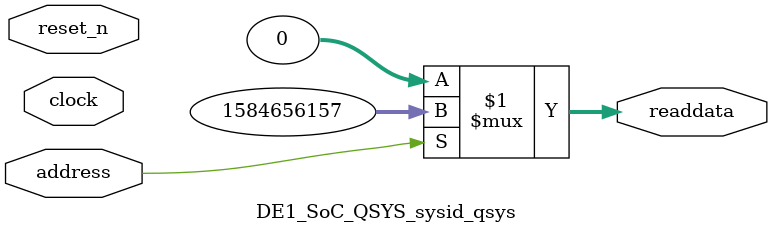
<source format=v>

`timescale 1ns / 1ps
// synthesis translate_on

// turn off superfluous verilog processor warnings 
// altera message_level Level1 
// altera message_off 10034 10035 10036 10037 10230 10240 10030 

module DE1_SoC_QSYS_sysid_qsys (
               // inputs:
                address,
                clock,
                reset_n,

               // outputs:
                readdata
             )
;

  output  [ 31: 0] readdata;
  input            address;
  input            clock;
  input            reset_n;

  wire    [ 31: 0] readdata;
  //control_slave, which is an e_avalon_slave
  assign readdata = address ? 1584656157 : 0;

endmodule




</source>
